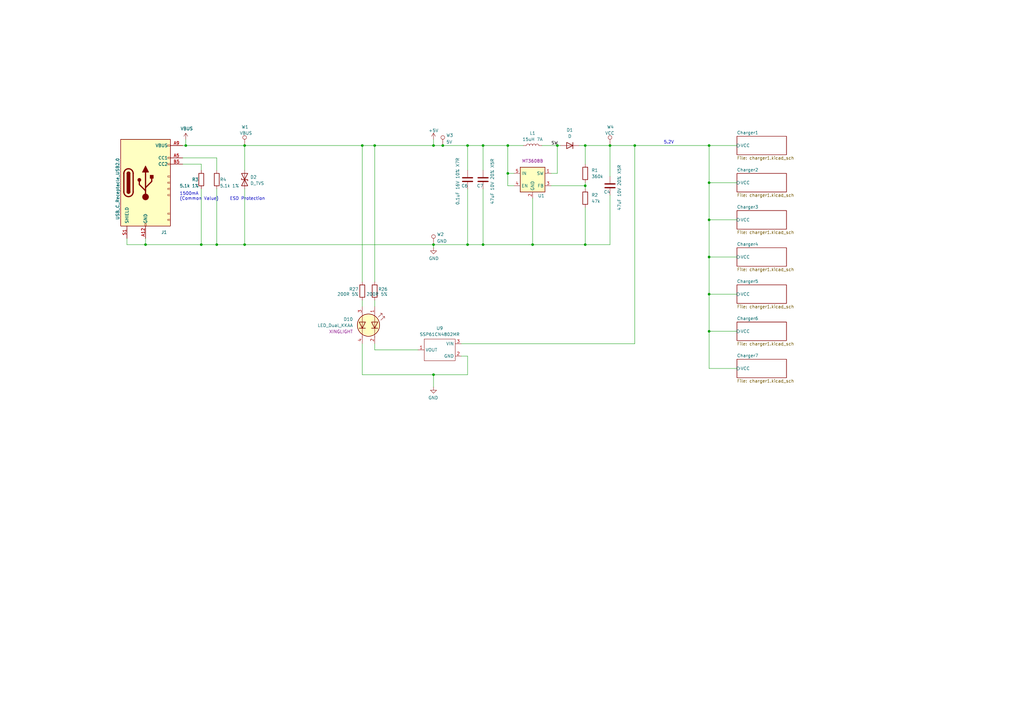
<source format=kicad_sch>
(kicad_sch (version 20250114) (generator "eeschema") (generator_version "9.0")
  (paper "A3")
  (lib_symbols
    (symbol "Device:C" (pin_numbers (hide yes)) (pin_names (offset 0.254))
      (property "Reference" "C" (at 0.635 2.54 0))
      (property "Value" "C" (at 0.635 -2.54 0))
      (symbol "C_0_1"
        (polyline (pts (xy -2.032 0.762) (xy 2.032 0.762)) (stroke (width 0.508)))
        (polyline (pts (xy -2.032 -0.762) (xy 2.032 -0.762)) (stroke (width 0.508)))
      )
      (symbol "C_1_1"
        (pin passive line (at 0 3.81 270) (length 2.794) (name "~") (number "1"))
        (pin passive line (at 0 -3.81 90) (length 2.794) (name "~") (number "2"))
      )
    )
    (symbol "Device:D" (pin_numbers (hide yes)) (pin_names (offset 1.016) (hide yes))
      (property "Reference" "D" (at 0 2.54 0))
      (property "Value" "D" (at 0 -2.54 0))
      (symbol "D_0_1"
        (polyline (pts (xy -1.27 1.27) (xy -1.27 -1.27)) (stroke (width 0.254)))
        (polyline (pts (xy 1.27 1.27) (xy 1.27 -1.27) (xy -1.27 0) (xy 1.27 1.27)) (stroke (width 0.254)))
        (polyline (pts (xy 1.27 0) (xy -1.27 0)))
      )
      (symbol "D_1_1"
        (pin passive line (at -3.81 0 0) (length 2.54) (name "K") (number "1"))
        (pin passive line (at 3.81 0 180) (length 2.54) (name "A") (number "2"))
      )
    )
    (symbol "Device:D_TVS" (pin_numbers (hide yes)) (pin_names (offset 1.016) (hide yes))
      (property "Reference" "D" (at 0 2.54 0))
      (property "Value" "D_TVS" (at 0 -2.54 0))
      (symbol "D_TVS_0_1"
        (polyline (pts (xy -2.54 1.27) (xy -2.54 -1.27) (xy 2.54 1.27) (xy 2.54 -1.27) (xy -2.54 1.27)) (stroke (width 0.254)))
        (polyline (pts (xy 0.508 1.27) (xy 0 1.27) (xy 0 -1.27) (xy -0.508 -1.27)) (stroke (width 0.254)))
        (polyline (pts (xy 1.27 0) (xy -1.27 0)))
      )
      (symbol "D_TVS_1_1"
        (pin passive line (at -3.81 0 0) (length 2.54) (name "A1") (number "1"))
        (pin passive line (at 3.81 0 180) (length 2.54) (name "A2") (number "2"))
      )
    )
    (symbol "Device:L" (pin_numbers (hide yes)) (pin_names (offset 1.016) (hide yes))
      (property "Reference" "L" (at -1.27 0 90))
      (property "Value" "L" (at 1.905 0 90))
      (symbol "L_0_1"
        (arc (start 0 2.54) (mid 0.6323 1.905) (end 0 1.27))
        (arc (start 0 1.27) (mid 0.6323 0.635) (end 0 0))
        (arc (start 0 0) (mid 0.6323 -0.635) (end 0 -1.27))
        (arc (start 0 -1.27) (mid 0.6323 -1.905) (end 0 -2.54))
      )
      (symbol "L_1_1"
        (pin passive line (at 0 3.81 270) (length 1.27) (name "1") (number "1"))
        (pin passive line (at 0 -3.81 90) (length 1.27) (name "2") (number "2"))
      )
    )
    (symbol "Device:R" (pin_numbers (hide yes)) (pin_names (offset 0))
      (property "Reference" "R" (at 2.032 0 90))
      (property "Value" "R" (at 0 0 90))
      (symbol "R_0_1"
        (rectangle (start -1.016 -2.54) (end 1.016 2.54) (stroke (width 0.254)))
      )
      (symbol "R_1_1"
        (pin passive line (at 0 3.81 270) (length 1.27) (name "~") (number "1"))
        (pin passive line (at 0 -3.81 90) (length 1.27) (name "~") (number "2"))
      )
    )
    (symbol "Pixels-dice:LED_Dual_KKAA" (pin_names (offset 0) (hide yes))
      (property "Reference" "D" (at 0 5.715 0))
      (property "Value" "LED_Dual_KKAA" (at 0 -6.35 0))
      (symbol "LED_Dual_KKAA_0_1"
        (polyline (pts (xy -5.08 2.54) (xy 2.032 2.54)))
        (polyline (pts (xy -5.08 -2.54) (xy 2.032 -2.54)))
        (polyline (pts (xy -1.27 3.81) (xy -1.27 1.27)) (stroke (width 0.254)))
        (polyline (pts (xy -1.27 -1.27) (xy -1.27 -3.81)) (stroke (width 0.254)))
        (circle (center 0 0) (radius 4.572) (stroke (width 0.254)) (fill (type background)))
        (polyline (pts (xy 1.27 3.81) (xy 1.27 1.27) (xy -1.27 2.54) (xy 1.27 3.81)) (stroke (width 0.254)))
        (polyline (pts (xy 1.27 -1.27) (xy 1.27 -3.81) (xy -1.27 -2.54) (xy 1.27 -1.27)) (stroke (width 0.254)))
        (polyline (pts (xy 2.032 5.08) (xy 3.556 6.604) (xy 2.794 6.604) (xy 3.556 6.604) (xy 3.556 5.842)))
        (polyline (pts (xy 3.302 4.064) (xy 4.826 5.588) (xy 4.064 5.588) (xy 4.826 5.588) (xy 4.826 4.826)))
        (polyline (pts (xy 3.81 2.54) (xy 1.905 2.54)))
        (polyline (pts (xy 3.81 -2.54) (xy 1.905 -2.54)))
      )
      (symbol "LED_Dual_KKAA_1_1"
        (pin input line (at -7.62 2.54 0) (length 3.048) (name "K1") (number "2"))
        (pin input line (at -7.62 -2.54 0) (length 3.048) (name "K2") (number "4"))
        (pin input line (at 7.62 2.54 180) (length 3.81) (name "A1") (number "1"))
        (pin input line (at 7.62 -2.54 180) (length 3.81) (name "A2") (number "3"))
      )
    )
    (symbol "Pixels-dice:SSP61CN4802MR"
      (property "Reference" "U" (at 0 -5.842 0))
      (property "Value" "SSP61CN4802MR" (at 0 0 0))
      (symbol "SSP61CN4802MR_0_1"
        (rectangle (start -6.35 4.445) (end 6.35 -4.445))
      )
      (symbol "SSP61CN4802MR_1_1"
        (pin power_in line (at -8.89 2.54 0) (length 2.54) (name "VIN") (number "3"))
        (pin power_in line (at -8.89 -2.54 0) (length 2.54) (name "GND") (number "2"))
        (pin output line (at 8.89 0 180) (length 2.54) (name "VOUT") (number "1"))
      )
    )
    (symbol "Pixels-dice:TEST_1P-conn" (pin_numbers (hide yes)) (pin_names (offset 0.762) (hide yes))
      (property "Reference" "W" (at 0 6.858 0))
      (property "Value" "TEST_1P-conn" (at 0 5.08 0))
      (symbol "TEST_1P-conn_0_1"
        (circle (center 0 3.302) (radius 0.762))
      )
      (symbol "TEST_1P-conn_1_1"
        (pin passive line (at 0 0 90) (length 2.54) (name "1") (number "1"))
      )
    )
    (symbol "Pixels-dice:USB_C_Receptacle_USB2.0" (pin_names (offset 1.016))
      (property "Reference" "J" (at -10.16 19.05 0))
      (property "Value" "USB_C_Receptacle_USB2.0" (at 19.05 19.05 0))
      (symbol "USB_C_Receptacle_USB2.0_0_0"
        (rectangle (start -0.254 -17.78) (end 0.254 -16.764))
        (rectangle (start 10.16 15.494) (end 9.144 14.986))
        (rectangle (start 10.16 10.414) (end 9.144 9.906))
        (rectangle (start 10.16 7.874) (end 9.144 7.366))
        (rectangle (start 10.16 2.794) (end 9.144 2.286))
        (rectangle (start 10.16 0.254) (end 9.144 -0.254))
        (rectangle (start 10.16 -2.286) (end 9.144 -2.794))
        (rectangle (start 10.16 -4.826) (end 9.144 -5.334))
        (rectangle (start 10.16 -12.446) (end 9.144 -12.954))
        (rectangle (start 10.16 -14.986) (end 9.144 -15.494))
      )
      (symbol "USB_C_Receptacle_USB2.0_0_1"
        (rectangle (start -10.16 17.78) (end 10.16 -17.78) (stroke (width 0.254)) (fill (type background)))
        (polyline (pts (xy -8.89 -3.81) (xy -8.89 3.81)) (stroke (width 0.508)))
        (rectangle (start -7.62 -3.81) (end -6.35 3.81) (stroke (width 0.254)) (fill (type outline)))
        (arc (start -7.62 3.81) (mid -6.985 4.4422) (end -6.35 3.81) (stroke (width 0.254)))
        (arc (start -7.62 3.81) (mid -6.985 4.4422) (end -6.35 3.81) (stroke (width 0.254)) (fill (type outline)))
        (arc (start -8.89 3.81) (mid -6.985 5.7066) (end -5.08 3.81) (stroke (width 0.508)))
        (arc (start -5.08 -3.81) (mid -6.985 -5.7066) (end -8.89 -3.81) (stroke (width 0.508)))
        (arc (start -6.35 -3.81) (mid -6.985 -4.4422) (end -7.62 -3.81) (stroke (width 0.254)))
        (arc (start -6.35 -3.81) (mid -6.985 -4.4422) (end -7.62 -3.81) (stroke (width 0.254)) (fill (type outline)))
        (polyline (pts (xy -5.08 3.81) (xy -5.08 -3.81)) (stroke (width 0.508)))
        (circle (center -2.54 1.143) (radius 0.635) (stroke (width 0.254)) (fill (type outline)))
        (polyline (pts (xy -1.27 4.318) (xy 0 6.858) (xy 1.27 4.318) (xy -1.27 4.318)) (stroke (width 0.254)) (fill (type outline)))
        (polyline (pts (xy 0 -2.032) (xy 2.54 0.508) (xy 2.54 1.778)) (stroke (width 0.508)))
        (polyline (pts (xy 0 -3.302) (xy -2.54 -0.762) (xy -2.54 0.508)) (stroke (width 0.508)))
        (polyline (pts (xy 0 -5.842) (xy 0 4.318)) (stroke (width 0.508)))
        (circle (center 0 -5.842) (radius 1.27) (fill (type outline)))
        (rectangle (start 1.905 1.778) (end 3.175 3.048) (stroke (width 0.254)) (fill (type outline)))
      )
      (symbol "USB_C_Receptacle_USB2.0_1_1"
        (pin passive line (at -7.62 -22.86 90) (length 5.08) (name "SHIELD") (number "S1"))
        (pin passive line (at 0 -22.86 90) (length 5.08) (name "GND") (number "A12"))
        (pin passive line (at 0 -22.86 90) (length 5.08) (hide yes) (name "GND") (number "B12"))
        (pin passive line (at 15.24 15.24 180) (length 5.08) (name "VBUS") (number "A9"))
        (pin passive line (at 15.24 15.24 180) (length 5.08) (hide yes) (name "VBUS") (number "B9"))
        (pin bidirectional line (at 15.24 10.16 180) (length 5.08) (name "CC1") (number "A5"))
        (pin bidirectional line (at 15.24 7.62 180) (length 5.08) (name "CC2") (number "B5"))
      )
    )
    (symbol "Regulator_Switching:MT3608"
      (property "Reference" "U" (at -2.54 8.89 0))
      (property "Value" "MT3608" (at -3.81 6.35 0))
      (symbol "MT3608_0_1"
        (rectangle (start -5.08 5.08) (end 5.08 -5.08) (stroke (width 0.254)) (fill (type background)))
      )
      (symbol "MT3608_1_1"
        (pin power_in line (at -7.62 2.54 0) (length 2.54) (name "IN") (number "5"))
        (pin input line (at -7.62 -2.54 0) (length 2.54) (name "EN") (number "4"))
        (pin power_in line (at 0 -7.62 90) (length 2.54) (name "GND") (number "2"))
        (pin no_connect line (at 5.08 0 180) (length 2.54) (hide yes) (name "NC") (number "6"))
        (pin passive line (at 7.62 2.54 180) (length 2.54) (name "SW") (number "1"))
        (pin input line (at 7.62 -2.54 180) (length 2.54) (name "FB") (number "3"))
      )
    )
    (symbol "power:+5V" (power) (pin_names (offset 0))
      (property "Value" "+5V" (at 0 3.556 0))
      (symbol "+5V_0_1"
        (polyline (pts (xy -0.762 1.27) (xy 0 2.54)))
        (polyline (pts (xy 0 2.54) (xy 0.762 1.27)))
        (polyline (pts (xy 0 0) (xy 0 2.54)))
      )
      (symbol "+5V_1_1"
        (pin power_in line (at 0 0 90) (length 0) (hide yes) (name "+5V") (number "1"))
      )
    )
    (symbol "power:GND" (power) (pin_names (offset 0))
      (property "Value" "GND" (at 0 -3.81 0))
      (symbol "GND_0_1"
        (polyline (pts (xy 0 0) (xy 0 -1.27) (xy 1.27 -1.27) (xy 0 -2.54) (xy -1.27 -1.27) (xy 0 -1.27)))
      )
      (symbol "GND_1_1"
        (pin power_in line (at 0 0 270) (length 0) (hide yes) (name "GND") (number "1"))
      )
    )
    (symbol "power:VBUS" (power) (pin_names (offset 0))
      (property "Value" "VBUS" (at 0 3.81 0))
      (symbol "VBUS_0_1"
        (polyline (pts (xy -0.762 1.27) (xy 0 2.54)))
        (polyline (pts (xy 0 2.54) (xy 0.762 1.27)))
        (polyline (pts (xy 0 0) (xy 0 2.54)))
      )
      (symbol "VBUS_1_1"
        (pin power_in line (at 0 0 90) (length 0) (hide yes) (name "VBUS") (number "1"))
      )
    )
  )
  (text "1500mA\n(Common Value)" (at 73.66 82.296 0) (effects (font (size 1.27 1.27)) (justify left bottom)))
  (text "5.2V" (at 274.32 58.42 0) (effects (font (size 1.27 1.27))))
  (text "ESD Protection" (at 94.234 82.296 0) (effects (font (size 1.27 1.27)) (justify left bottom)))
  (junction (at 290.83 59.69))
  (junction (at 100.33 59.69))
  (junction (at 177.8 153.67))
  (junction (at 290.83 135.89))
  (junction (at 82.55 100.33))
  (junction (at 88.9 100.33))
  (junction (at 290.83 74.93))
  (junction (at 228.6 59.69))
  (junction (at 260.35 59.69))
  (junction (at 290.83 90.17))
  (junction (at 240.03 59.69))
  (junction (at 290.83 105.41))
  (junction (at 153.67 59.69))
  (junction (at 148.59 59.69))
  (junction (at 240.03 100.33))
  (junction (at 181.61 59.69))
  (junction (at 100.33 100.33))
  (junction (at 76.2 59.69))
  (junction (at 208.28 71.12))
  (junction (at 290.83 120.65))
  (junction (at 208.28 59.69))
  (junction (at 177.8 59.69))
  (junction (at 198.12 100.33))
  (junction (at 191.77 100.33))
  (junction (at 240.03 76.2))
  (junction (at 218.44 100.33))
  (junction (at 191.77 59.69))
  (junction (at 198.12 59.69))
  (junction (at 177.8 100.33))
  (junction (at 250.19 59.69))
  (junction (at 59.69 100.33))
  (wire (pts (xy 88.9 100.33) (xy 100.33 100.33)))
  (wire (pts (xy 191.77 77.47) (xy 191.77 100.33)))
  (wire (pts (xy 226.06 71.12) (xy 228.6 71.12)))
  (wire (pts (xy 228.6 59.69) (xy 229.87 59.69)))
  (wire (pts (xy 260.35 59.69) (xy 260.35 140.97)))
  (wire (pts (xy 208.28 59.69) (xy 208.28 71.12)))
  (wire (pts (xy 153.67 143.51) (xy 171.45 143.51)))
  (wire (pts (xy 290.83 90.17) (xy 302.26 90.17)))
  (wire (pts (xy 153.67 140.97) (xy 153.67 143.51)))
  (wire (pts (xy 240.03 59.69) (xy 250.19 59.69)))
  (wire (pts (xy 290.83 74.93) (xy 290.83 90.17)))
  (wire (pts (xy 210.82 76.2) (xy 208.28 76.2)))
  (wire (pts (xy 76.2 57.15) (xy 76.2 59.69)))
  (wire (pts (xy 148.59 140.97) (xy 148.59 153.67)))
  (wire (pts (xy 237.49 59.69) (xy 240.03 59.69)))
  (wire (pts (xy 59.69 97.79) (xy 59.69 100.33)))
  (wire (pts (xy 226.06 76.2) (xy 240.03 76.2)))
  (wire (pts (xy 290.83 135.89) (xy 302.26 135.89)))
  (wire (pts (xy 191.77 69.85) (xy 191.77 59.69)))
  (wire (pts (xy 88.9 77.47) (xy 88.9 100.33)))
  (wire (pts (xy 177.8 153.67) (xy 148.59 153.67)))
  (wire (pts (xy 290.83 90.17) (xy 290.83 105.41)))
  (wire (pts (xy 52.07 97.79) (xy 52.07 100.33)))
  (wire (pts (xy 198.12 59.69) (xy 208.28 59.69)))
  (wire (pts (xy 214.63 59.69) (xy 208.28 59.69)))
  (wire (pts (xy 222.25 59.69) (xy 228.6 59.69)))
  (wire (pts (xy 208.28 71.12) (xy 210.82 71.12)))
  (wire (pts (xy 228.6 71.12) (xy 228.6 59.69)))
  (wire (pts (xy 198.12 77.47) (xy 198.12 100.33)))
  (wire (pts (xy 88.9 64.77) (xy 88.9 69.85)))
  (wire (pts (xy 290.83 151.13) (xy 302.26 151.13)))
  (wire (pts (xy 290.83 59.69) (xy 290.83 74.93)))
  (wire (pts (xy 250.19 59.69) (xy 250.19 72.39)))
  (wire (pts (xy 260.35 59.69) (xy 290.83 59.69)))
  (wire (pts (xy 148.59 59.69) (xy 153.67 59.69)))
  (wire (pts (xy 198.12 100.33) (xy 218.44 100.33)))
  (wire (pts (xy 189.23 146.05) (xy 191.77 146.05)))
  (wire (pts (xy 191.77 59.69) (xy 198.12 59.69)))
  (wire (pts (xy 181.61 59.69) (xy 191.77 59.69)))
  (wire (pts (xy 290.83 120.65) (xy 290.83 135.89)))
  (wire (pts (xy 250.19 100.33) (xy 250.19 80.01)))
  (wire (pts (xy 240.03 100.33) (xy 250.19 100.33)))
  (wire (pts (xy 100.33 100.33) (xy 177.8 100.33)))
  (wire (pts (xy 191.77 153.67) (xy 177.8 153.67)))
  (wire (pts (xy 290.83 105.41) (xy 290.83 120.65)))
  (wire (pts (xy 240.03 100.33) (xy 240.03 85.09)))
  (wire (pts (xy 290.83 74.93) (xy 302.26 74.93)))
  (wire (pts (xy 74.93 59.69) (xy 76.2 59.69)))
  (wire (pts (xy 191.77 146.05) (xy 191.77 153.67)))
  (wire (pts (xy 74.93 64.77) (xy 88.9 64.77)))
  (wire (pts (xy 198.12 59.69) (xy 198.12 69.85)))
  (wire (pts (xy 82.55 67.31) (xy 82.55 69.85)))
  (wire (pts (xy 153.67 59.69) (xy 153.67 115.57)))
  (wire (pts (xy 59.69 100.33) (xy 82.55 100.33)))
  (wire (pts (xy 153.67 59.69) (xy 177.8 59.69)))
  (wire (pts (xy 290.83 120.65) (xy 302.26 120.65)))
  (wire (pts (xy 82.55 100.33) (xy 88.9 100.33)))
  (wire (pts (xy 52.07 100.33) (xy 59.69 100.33)))
  (wire (pts (xy 240.03 76.2) (xy 240.03 77.47)))
  (wire (pts (xy 82.55 77.47) (xy 82.55 100.33)))
  (wire (pts (xy 100.33 59.69) (xy 148.59 59.69)))
  (wire (pts (xy 218.44 100.33) (xy 240.03 100.33)))
  (wire (pts (xy 290.83 59.69) (xy 302.26 59.69)))
  (wire (pts (xy 177.8 100.33) (xy 177.8 101.6)))
  (wire (pts (xy 177.8 57.15) (xy 177.8 59.69)))
  (wire (pts (xy 76.2 59.69) (xy 100.33 59.69)))
  (wire (pts (xy 74.93 67.31) (xy 82.55 67.31)))
  (wire (pts (xy 177.8 158.75) (xy 177.8 153.67)))
  (wire (pts (xy 208.28 76.2) (xy 208.28 71.12)))
  (wire (pts (xy 290.83 105.41) (xy 302.26 105.41)))
  (wire (pts (xy 153.67 123.19) (xy 153.67 125.73)))
  (wire (pts (xy 250.19 59.69) (xy 260.35 59.69)))
  (wire (pts (xy 177.8 100.33) (xy 191.77 100.33)))
  (wire (pts (xy 240.03 76.2) (xy 240.03 74.93)))
  (wire (pts (xy 148.59 123.19) (xy 148.59 125.73)))
  (wire (pts (xy 189.23 140.97) (xy 260.35 140.97)))
  (wire (pts (xy 177.8 59.69) (xy 181.61 59.69)))
  (wire (pts (xy 290.83 135.89) (xy 290.83 151.13)))
  (wire (pts (xy 218.44 100.33) (xy 218.44 81.28)))
  (wire (pts (xy 100.33 77.47) (xy 100.33 100.33)))
  (wire (pts (xy 148.59 59.69) (xy 148.59 115.57)))
  (wire (pts (xy 100.33 59.69) (xy 100.33 69.85)))
  (wire (pts (xy 191.77 100.33) (xy 198.12 100.33)))
  (wire (pts (xy 240.03 59.69) (xy 240.03 67.31)))
  (label "SW" (at 226.06 59.69 0))
  (symbol (lib_id "Device:R") (at 88.9 73.66 180) (unit 1)
    (property "Reference" "R4" (at 90.17 73.66 0) (effects (justify right)))
    (property "Value" "5.1k 1%" (at 90.17 76.2 0) (effects (justify right)))
    (property "Footprint" "Resistor_SMD:R_0402_1005Metric" (effects (hide yes)))
    (property "Part Number" "0402WGF5101TCE" (effects (hide yes)))
    (property "Manufacturer" "UNI-ROYAL(Uniroyal Elec)" (effects (hide yes)))
    (property "Pixels Part Number" "SMD-R101" (effects (hide yes)))
    (property "LCSC Part #" "C25905" (effects (hide yes)))
  )
  (symbol (lib_id "Pixels-dice:TEST_1P-conn") (at 250.19 59.69 0) (unit 1)
    (property "Reference" "W4" (at 248.92 52.07 0) (effects (justify left)))
    (property "Value" "VCC" (at 248.158 54.61 0) (effects (justify left)))
    (property "Footprint" "Pixels-dice:TestPoint_1.5x1.5_Drill0.9mm" (effects (hide yes)))
  )
  (symbol (lib_id "Pixels-dice:TEST_1P-conn") (at 181.61 59.69 0) (unit 1)
    (property "Reference" "W3" (at 183.007 55.4795 0) (effects (justify left)))
    (property "Value" "5V" (at 183.007 58.2546 0) (effects (justify left)))
    (property "Footprint" "Pixels-dice:TestPoint_1.5x1.5_Drill0.9mm" (effects (hide yes)))
  )
  (symbol (lib_id "Device:L") (at 218.44 59.69 90) (unit 1)
    (property "Reference" "L1" (at 218.44 54.61 90))
    (property "Value" "15uH 7A" (at 218.44 57.15 90))
    (property "Footprint" "Inductor_SMD:L_Sunlord_MWSA1005S" (effects (hide yes)))
    (property "Description" "Inductor" (effects (hide yes)))
    (property "Manufacturer" "COILMX" (effects (hide yes)))
    (property "Part Number" "MS1050-150M" (effects (hide yes)))
    (property "Alternate Part Number" "YT0650H-100M" (effects (hide yes)))
    (property "LCSC Part #" "C18337490" (effects (hide yes)))
  )
  (symbol (lib_id "Regulator_Switching:MT3608") (at 218.44 73.66 0) (unit 1)
    (property "Reference" "U1" (at 221.996 80.264 0))
    (property "Value" "MT3608B" (effects (hide yes)))
    (property "Footprint" "Package_TO_SOT_SMD:SOT-23-6" (effects (hide yes)))
    (property "Datasheet" "https://www.olimex.com/Products/Breadboarding/BB-PWR-3608/resources/MT3608.pdf" (effects (hide yes)))
    (property "Description" "High Efficiency 1.2MHz 2A Step Up Converter, 2-24V Vin, 28V Vout, 4A current limit, 1.2MHz, SOT23-6" (effects (hide yes)))
    (property "Manufacturer" "XI'AN Aerosemi Tech" (effects (hide yes)))
    (property "Part Number" "MT3608B" (at 218.44 66.04 0))
    (property "LCSC Part #" "C19189893" (effects (hide yes)))
  )
  (symbol (lib_id "Device:R") (at 240.03 71.12 0) (unit 1)
    (property "Reference" "R1" (at 242.57 69.8499 0) (effects (justify left)))
    (property "Value" "360k" (at 242.57 72.3899 0) (effects (justify left)))
    (property "Footprint" "Resistor_SMD:R_0402_1005Metric" (effects (hide yes)))
    (property "Description" "Resistor" (effects (hide yes)))
    (property "Manufacturer" "UNI-ROYAL(Uniroyal Elec)" (effects (hide yes)))
  )
  (symbol (lib_id "Pixels-dice:TEST_1P-conn") (at 177.8 100.33 0) (unit 1)
    (property "Reference" "W2" (at 179.197 96.1195 0) (effects (justify left)))
    (property "Value" "GND" (at 179.197 98.8946 0) (effects (justify left)))
    (property "Footprint" "Pixels-dice:TestPoint_1.5x1.5_Drill0.9mm" (effects (hide yes)))
  )
  (symbol (lib_id "Device:D_TVS") (at 100.33 73.66 270) (unit 1)
    (property "Reference" "D2" (at 102.616 72.644 90) (effects (justify left)))
    (property "Value" "D_TVS" (at 102.616 75.184 90) (effects (justify left)))
    (property "Footprint" "Pixels-dice:DFN" (effects (hide yes)))
    (property "Manufacturer" "Murata" (effects (hide yes)))
    (property "Part Number" "LXES1UTAA1-157" (effects (hide yes)))
    (property "Alternate Manufacturer" "Cnnpchip品牌 " (effects (hide yes)))
    (property "Alternate Part Number" "LXES1UTAA1-157" (effects (hide yes)))
    (property "LCSC Part #" "C5210979" (effects (hide yes)))
  )
  (symbol (lib_id "Pixels-dice:USB_C_Receptacle_USB2.0") (at 59.69 74.93 0) (unit 1)
    (property "Reference" "J1" (at 67.31 95.25 0))
    (property "Value" "USB_C_Receptacle_USB2.0" (at 48.26 77.47 90))
    (property "Footprint" "Pixels-dice:USB-C-SMD_10P-P1.00-L6.8-W8.9" (effects (hide yes)))
    (property "Datasheet" "https://www.usb.org/sites/default/files/documents/usb_type-c.zip" (effects (hide yes)))
    (property "Part Number" "TYPE-C-31-M-17" (effects (hide yes)))
    (property "Manufacturer" "Korean Hroparts Elec" (effects (hide yes)))
    (property "Pixels Part Number" "SMD-J108" (effects (hide yes)))
    (property "Alternate Manufacturer" "Yusheng" (effects (hide yes)))
    (property "Alternate Part Number" "A-TPCB0602-00RB" (effects (hide yes)))
    (property "LCSC Part #" "C283540" (effects (hide yes)))
  )
  (symbol (lib_id "power:GND") (at 177.8 101.6 0) (unit 1)
    (property "Reference" "#PWR03" (effects (hide yes)))
    (property "Value" "GND" (at 177.927 105.9942 0))
  )
  (symbol (lib_id "Device:R") (at 240.03 81.28 0) (unit 1)
    (property "Reference" "R2" (at 242.57 80.0099 0) (effects (justify left)))
    (property "Value" "47k" (at 242.57 82.5499 0) (effects (justify left)))
    (property "Footprint" "Resistor_SMD:R_0402_1005Metric" (effects (hide yes)))
    (property "Description" "Resistor" (effects (hide yes)))
    (property "Manufacturer" "UNI-ROYAL(Uniroyal Elec)" (effects (hide yes)))
  )
  (symbol (lib_id "Pixels-dice:SSP61CN4802MR") (at 180.34 143.51 0) (mirror y) (unit 1)
    (property "Reference" "U9" (at 180.34 134.62 0))
    (property "Value" "SSP61CN4802MR" (at 180.34 137.16 0))
    (property "Footprint" "Package_TO_SOT_SMD:SOT-23" (effects (hide yes)))
    (property "Manufacturer" "UMW(Youtai Semiconductor Co., Ltd.)" (effects (hide yes)))
    (property "Part Number" "HT7050S" (effects (hide yes)))
    (property "LCSC Part #" "C2842953" (effects (hide yes)))
  )
  (symbol (lib_id "power:+5V") (at 177.8 57.15 0) (unit 1)
    (property "Reference" "#PWR02" (effects (hide yes)))
    (property "Value" "+5V" (at 177.8 53.5455 0))
  )
  (symbol (lib_id "Device:C") (at 250.19 76.2 0) (unit 1)
    (property "Reference" "C4" (at 247.65 78.74 0) (effects (justify left)))
    (property "Value" "47uF 10V 20% X5R" (at 254 86.36 90) (effects (justify left)))
    (property "Footprint" "Capacitor_SMD:C_1206_3216Metric" (effects (hide yes)))
    (property "Part Number" "GRM31CR61A476ME15L" (effects (hide yes)))
    (property "Manufacturer" "muRata" (effects (hide yes)))
    (property "LCSC Part #" "C94034" (effects (hide yes)))
  )
  (symbol (lib_id "Device:C") (at 198.12 73.66 0) (unit 1)
    (property "Reference" "C7" (at 195.58 76.2 0) (effects (justify left)))
    (property "Value" "47uF 10V 20% X5R" (at 201.93 83.82 90) (effects (justify left)))
    (property "Footprint" "Capacitor_SMD:C_1206_3216Metric" (effects (hide yes)))
    (property "Part Number" "GRM31CR61A476ME15L" (effects (hide yes)))
    (property "Manufacturer" "muRata" (effects (hide yes)))
    (property "LCSC Part #" "C94034" (effects (hide yes)))
  )
  (symbol (lib_id "Pixels-dice:TEST_1P-conn") (at 100.33 59.69 0) (unit 1)
    (property "Reference" "W1" (at 99.06 52.07 0) (effects (justify left)))
    (property "Value" "VBUS" (at 98.298 54.61 0) (effects (justify left)))
    (property "Footprint" "Pixels-dice:TestPoint_1.5x1.5_Drill0.9mm" (effects (hide yes)))
  )
  (symbol (lib_id "Device:C") (at 191.77 73.66 0) (unit 1)
    (property "Reference" "C6" (at 189.23 76.2 0) (effects (justify left)))
    (property "Value" "0.1uF 16V 10% X7R" (at 187.706 84.074 90) (effects (justify left)))
    (property "Footprint" "Capacitor_SMD:C_0603_1608Metric" (effects (hide yes)))
    (property "Part Number" "CL10B104KO8NNNC" (effects (hide yes)))
    (property "Manufacturer" "Samsung Electro-Mechanics" (effects (hide yes)))
    (property "LCSC Part #" "C66501" (effects (hide yes)))
  )
  (symbol (lib_id "Pixels-dice:LED_Dual_KKAA") (at 151.13 133.35 270) (mirror x) (unit 1)
    (property "Reference" "D10" (at 144.78 130.9369 90) (effects (justify right)))
    (property "Value" "LED_Dual_KKAA" (at 144.78 133.4769 90) (effects (justify right)))
    (property "Footprint" "Pixels-dice:XL-3210SURUGC" (effects (hide yes)))
    (property "Description" "Dual LED, cathodes on pins 1 and 3" (effects (hide yes)))
    (property "Manufacturer" "XINGLIGHT" (at 144.78 136.0169 90) (effects (justify right)))
    (property "Part Number" "XL-3210SURUGC" (effects (hide yes)))
    (property "LCSC Part #" "C965883" (effects (hide yes)))
  )
  (symbol (lib_id "Device:R") (at 148.59 119.38 0) (mirror x) (unit 1)
    (property "Reference" "R27" (at 147.066 118.618 0) (effects (justify right)))
    (property "Value" "200R 5%" (at 147.066 120.65 0) (effects (justify right)))
    (property "Footprint" "Resistor_SMD:R_0402_1005Metric" (effects (hide yes)))
    (property "Part Number" "0402WGF2000TCE" (effects (hide yes)))
    (property "Manufacturer" "UNI-ROYAL(Uniroyal Elec)" (effects (hide yes)))
    (property "LCSC Part #" "C25087" (effects (hide yes)))
  )
  (symbol (lib_id "Device:R") (at 82.55 73.66 180) (unit 1)
    (property "Reference" "R3" (at 78.74 73.66 0) (effects (justify right)))
    (property "Value" "5.1k 1%" (at 73.66 76.2 0) (effects (justify right)))
    (property "Footprint" "Resistor_SMD:R_0402_1005Metric" (effects (hide yes)))
    (property "Part Number" "0402WGF5101TCE" (effects (hide yes)))
    (property "Manufacturer" "UNI-ROYAL(Uniroyal Elec)" (effects (hide yes)))
    (property "Pixels Part Number" "SMD-R101" (effects (hide yes)))
    (property "LCSC Part #" "C25905" (effects (hide yes)))
  )
  (symbol (lib_id "Device:R") (at 153.67 119.38 0) (mirror x) (unit 1)
    (property "Reference" "R26" (at 159.004 118.618 0) (effects (justify right)))
    (property "Value" "200R 5%" (at 159.004 120.65 0) (effects (justify right)))
    (property "Footprint" "Resistor_SMD:R_0402_1005Metric" (effects (hide yes)))
    (property "Part Number" "0402WGF2000TCE" (effects (hide yes)))
    (property "Manufacturer" "UNI-ROYAL(Uniroyal Elec)" (effects (hide yes)))
    (property "LCSC Part #" "C25087" (effects (hide yes)))
  )
  (symbol (lib_id "Device:D") (at 233.68 59.69 180) (unit 1)
    (property "Reference" "D1" (at 233.68 53.34 0))
    (property "Value" "D" (at 233.68 55.88 0))
    (property "Footprint" "Pixels-dice:SMAF" (effects (hide yes)))
    (property "Description" "Diode" (effects (hide yes)))
    (property "Sim.Device" "D" (effects (hide yes)))
    (property "Sim.Pins" "1=K 2=A" (effects (hide yes)))
    (property "Manufacturer" "GOODWORK" (effects (hide yes)))
    (property "Part Number" "SS54F" (effects (hide yes)))
    (property "Alternate Manufacturer" "HOTECH品牌 " (effects (hide yes)))
    (property "Alternate Part Number" "SS54F" (effects (hide yes)))
    (property "LCSC Part #" "C908671" (effects (hide yes)))
  )
  (symbol (lib_id "power:GND") (at 177.8 158.75 0) (mirror y) (unit 1)
    (property "Reference" "#PWR04" (effects (hide yes)))
    (property "Value" "GND" (at 177.673 163.1442 0))
  )
  (symbol (lib_id "power:VBUS") (at 76.2 57.15 0) (unit 1)
    (property "Reference" "#PWR01" (effects (hide yes)))
    (property "Value" "VBUS" (at 76.581 52.7558 0))
  )
  (sheet (at 302.26 86.36) (size 20.32 7.62) (stroke (width 0.1524))
    (property "Sheetname" "Charger3" (at 302.26 85.6484 0) (effects (justify left bottom)))
    (property "Sheetfile" "charger1.kicad_sch" (at 302.26 94.5646 0) (effects (justify left top)))
    (pin "VCC" input (at 302.26 90.17 180))
  )
  (sheet (at 302.26 147.32) (size 20.32 7.62) (stroke (width 0.1524))
    (property "Sheetname" "Charger7" (at 302.26 146.6084 0) (effects (justify left bottom)))
    (property "Sheetfile" "charger1.kicad_sch" (at 302.26 155.5246 0) (effects (justify left top)))
    (pin "VCC" input (at 302.26 151.13 180))
  )
  (sheet (at 302.26 132.08) (size 20.32 7.62) (stroke (width 0.1524))
    (property "Sheetname" "Charger6" (at 302.26 131.3684 0) (effects (justify left bottom)))
    (property "Sheetfile" "charger1.kicad_sch" (at 302.26 140.2846 0) (effects (justify left top)))
    (pin "VCC" input (at 302.26 135.89 180))
  )
  (sheet (at 302.26 55.88) (size 20.32 7.62) (stroke (width 0.1524))
    (property "Sheetname" "Charger1" (at 302.26 55.1684 0) (effects (justify left bottom)))
    (property "Sheetfile" "charger1.kicad_sch" (at 302.26 64.0846 0) (effects (justify left top)))
    (pin "VCC" input (at 302.26 59.69 180))
  )
  (sheet (at 302.26 101.6) (size 20.32 7.62) (stroke (width 0.1524))
    (property "Sheetname" "Charger4" (at 302.26 100.8884 0) (effects (justify left bottom)))
    (property "Sheetfile" "charger1.kicad_sch" (at 302.26 109.8046 0) (effects (justify left top)))
    (pin "VCC" input (at 302.26 105.41 180))
  )
  (sheet (at 302.26 71.12) (size 20.32 7.62) (stroke (width 0.1524))
    (property "Sheetname" "Charger2" (at 302.26 70.4084 0) (effects (justify left bottom)))
    (property "Sheetfile" "charger1.kicad_sch" (at 302.26 79.3246 0) (effects (justify left top)))
    (pin "VCC" input (at 302.26 74.93 180))
  )
  (sheet (at 302.26 116.84) (size 20.32 7.62) (stroke (width 0.1524))
    (property "Sheetname" "Charger5" (at 302.26 116.1284 0) (effects (justify left bottom)))
    (property "Sheetfile" "charger1.kicad_sch" (at 302.26 125.0446 0) (effects (justify left top)))
    (pin "VCC" input (at 302.26 120.65 180))
  )
)
</source>
